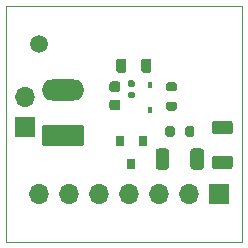
<source format=gbr>
%TF.GenerationSoftware,KiCad,Pcbnew,(5.1.8-0-10_14)*%
%TF.CreationDate,2020-11-27T11:56:29+01:00*%
%TF.ProjectId,Tank_Sender,54616e6b-5f53-4656-9e64-65722e6b6963,rev?*%
%TF.SameCoordinates,Original*%
%TF.FileFunction,Soldermask,Top*%
%TF.FilePolarity,Negative*%
%FSLAX46Y46*%
G04 Gerber Fmt 4.6, Leading zero omitted, Abs format (unit mm)*
G04 Created by KiCad (PCBNEW (5.1.8-0-10_14)) date 2020-11-27 11:56:29*
%MOMM*%
%LPD*%
G01*
G04 APERTURE LIST*
%TA.AperFunction,Profile*%
%ADD10C,0.050000*%
%TD*%
%ADD11C,1.500000*%
%ADD12O,3.600000X1.800000*%
%ADD13O,1.700000X1.700000*%
%ADD14R,1.700000X1.700000*%
%ADD15R,0.800000X0.900000*%
%ADD16R,0.450000X0.600000*%
G04 APERTURE END LIST*
D10*
X145000000Y-93000000D02*
X165000000Y-93000000D01*
X165000000Y-93000000D02*
X165000000Y-73000000D01*
X165000000Y-73000000D02*
X145000000Y-73000000D01*
X145000000Y-73000000D02*
X145000000Y-90000000D01*
X145000000Y-93000000D02*
X145000000Y-90000000D01*
%TO.C,R102*%
G36*
G01*
X159275000Y-80275000D02*
X158725000Y-80275000D01*
G75*
G02*
X158525000Y-80075000I0J200000D01*
G01*
X158525000Y-79675000D01*
G75*
G02*
X158725000Y-79475000I200000J0D01*
G01*
X159275000Y-79475000D01*
G75*
G02*
X159475000Y-79675000I0J-200000D01*
G01*
X159475000Y-80075000D01*
G75*
G02*
X159275000Y-80275000I-200000J0D01*
G01*
G37*
G36*
G01*
X159275000Y-81925000D02*
X158725000Y-81925000D01*
G75*
G02*
X158525000Y-81725000I0J200000D01*
G01*
X158525000Y-81325000D01*
G75*
G02*
X158725000Y-81125000I200000J0D01*
G01*
X159275000Y-81125000D01*
G75*
G02*
X159475000Y-81325000I0J-200000D01*
G01*
X159475000Y-81725000D01*
G75*
G02*
X159275000Y-81925000I-200000J0D01*
G01*
G37*
%TD*%
%TO.C,R101*%
G36*
G01*
X159275000Y-83385000D02*
X159275000Y-83935000D01*
G75*
G02*
X159075000Y-84135000I-200000J0D01*
G01*
X158675000Y-84135000D01*
G75*
G02*
X158475000Y-83935000I0J200000D01*
G01*
X158475000Y-83385000D01*
G75*
G02*
X158675000Y-83185000I200000J0D01*
G01*
X159075000Y-83185000D01*
G75*
G02*
X159275000Y-83385000I0J-200000D01*
G01*
G37*
G36*
G01*
X160925000Y-83385000D02*
X160925000Y-83935000D01*
G75*
G02*
X160725000Y-84135000I-200000J0D01*
G01*
X160325000Y-84135000D01*
G75*
G02*
X160125000Y-83935000I0J200000D01*
G01*
X160125000Y-83385000D01*
G75*
G02*
X160325000Y-83185000I200000J0D01*
G01*
X160725000Y-83185000D01*
G75*
G02*
X160925000Y-83385000I0J-200000D01*
G01*
G37*
%TD*%
D11*
%TO.C,REF\u002A\u002A*%
X147760000Y-76250000D03*
%TD*%
D12*
%TO.C,J103*%
X149800000Y-80190000D03*
G36*
G01*
X151350000Y-84900000D02*
X148250000Y-84900000D01*
G75*
G02*
X148000000Y-84650000I0J250000D01*
G01*
X148000000Y-83350000D01*
G75*
G02*
X148250000Y-83100000I250000J0D01*
G01*
X151350000Y-83100000D01*
G75*
G02*
X151600000Y-83350000I0J-250000D01*
G01*
X151600000Y-84650000D01*
G75*
G02*
X151350000Y-84900000I-250000J0D01*
G01*
G37*
%TD*%
D13*
%TO.C,J101*%
X147760000Y-88950000D03*
X150300000Y-88950000D03*
X152840000Y-88950000D03*
X155380000Y-88950000D03*
X157920000Y-88950000D03*
X160460000Y-88950000D03*
D14*
X163000000Y-88950000D03*
%TD*%
D13*
%TO.C,J102*%
X146600000Y-80760000D03*
D14*
X146600000Y-83300000D03*
%TD*%
D15*
%TO.C,U101*%
X155600000Y-86450000D03*
X154650000Y-84450000D03*
X156550000Y-84450000D03*
%TD*%
%TO.C,FB101*%
G36*
G01*
X156425000Y-78481250D02*
X156425000Y-77718750D01*
G75*
G02*
X156643750Y-77500000I218750J0D01*
G01*
X157081250Y-77500000D01*
G75*
G02*
X157300000Y-77718750I0J-218750D01*
G01*
X157300000Y-78481250D01*
G75*
G02*
X157081250Y-78700000I-218750J0D01*
G01*
X156643750Y-78700000D01*
G75*
G02*
X156425000Y-78481250I0J218750D01*
G01*
G37*
G36*
G01*
X154300000Y-78481250D02*
X154300000Y-77718750D01*
G75*
G02*
X154518750Y-77500000I218750J0D01*
G01*
X154956250Y-77500000D01*
G75*
G02*
X155175000Y-77718750I0J-218750D01*
G01*
X155175000Y-78481250D01*
G75*
G02*
X154956250Y-78700000I-218750J0D01*
G01*
X154518750Y-78700000D01*
G75*
G02*
X154300000Y-78481250I0J218750D01*
G01*
G37*
%TD*%
D16*
%TO.C,D101*%
X157150000Y-81850000D03*
X157150000Y-79750000D03*
%TD*%
%TO.C,C104*%
G36*
G01*
X153950000Y-80975000D02*
X154450000Y-80975000D01*
G75*
G02*
X154675000Y-81200000I0J-225000D01*
G01*
X154675000Y-81650000D01*
G75*
G02*
X154450000Y-81875000I-225000J0D01*
G01*
X153950000Y-81875000D01*
G75*
G02*
X153725000Y-81650000I0J225000D01*
G01*
X153725000Y-81200000D01*
G75*
G02*
X153950000Y-80975000I225000J0D01*
G01*
G37*
G36*
G01*
X153950000Y-79425000D02*
X154450000Y-79425000D01*
G75*
G02*
X154675000Y-79650000I0J-225000D01*
G01*
X154675000Y-80100000D01*
G75*
G02*
X154450000Y-80325000I-225000J0D01*
G01*
X153950000Y-80325000D01*
G75*
G02*
X153725000Y-80100000I0J225000D01*
G01*
X153725000Y-79650000D01*
G75*
G02*
X153950000Y-79425000I225000J0D01*
G01*
G37*
%TD*%
%TO.C,C103*%
G36*
G01*
X155430000Y-80300000D02*
X155770000Y-80300000D01*
G75*
G02*
X155910000Y-80440000I0J-140000D01*
G01*
X155910000Y-80720000D01*
G75*
G02*
X155770000Y-80860000I-140000J0D01*
G01*
X155430000Y-80860000D01*
G75*
G02*
X155290000Y-80720000I0J140000D01*
G01*
X155290000Y-80440000D01*
G75*
G02*
X155430000Y-80300000I140000J0D01*
G01*
G37*
G36*
G01*
X155430000Y-79340000D02*
X155770000Y-79340000D01*
G75*
G02*
X155910000Y-79480000I0J-140000D01*
G01*
X155910000Y-79760000D01*
G75*
G02*
X155770000Y-79900000I-140000J0D01*
G01*
X155430000Y-79900000D01*
G75*
G02*
X155290000Y-79760000I0J140000D01*
G01*
X155290000Y-79480000D01*
G75*
G02*
X155430000Y-79340000I140000J0D01*
G01*
G37*
%TD*%
%TO.C,C102*%
G36*
G01*
X162649999Y-85710000D02*
X163950001Y-85710000D01*
G75*
G02*
X164200000Y-85959999I0J-249999D01*
G01*
X164200000Y-86610001D01*
G75*
G02*
X163950001Y-86860000I-249999J0D01*
G01*
X162649999Y-86860000D01*
G75*
G02*
X162400000Y-86610001I0J249999D01*
G01*
X162400000Y-85959999D01*
G75*
G02*
X162649999Y-85710000I249999J0D01*
G01*
G37*
G36*
G01*
X162649999Y-82760000D02*
X163950001Y-82760000D01*
G75*
G02*
X164200000Y-83009999I0J-249999D01*
G01*
X164200000Y-83660001D01*
G75*
G02*
X163950001Y-83910000I-249999J0D01*
G01*
X162649999Y-83910000D01*
G75*
G02*
X162400000Y-83660001I0J249999D01*
G01*
X162400000Y-83009999D01*
G75*
G02*
X162649999Y-82760000I249999J0D01*
G01*
G37*
%TD*%
%TO.C,C101*%
G36*
G01*
X160600000Y-86650001D02*
X160600000Y-85349999D01*
G75*
G02*
X160849999Y-85100000I249999J0D01*
G01*
X161500001Y-85100000D01*
G75*
G02*
X161750000Y-85349999I0J-249999D01*
G01*
X161750000Y-86650001D01*
G75*
G02*
X161500001Y-86900000I-249999J0D01*
G01*
X160849999Y-86900000D01*
G75*
G02*
X160600000Y-86650001I0J249999D01*
G01*
G37*
G36*
G01*
X157650000Y-86650001D02*
X157650000Y-85349999D01*
G75*
G02*
X157899999Y-85100000I249999J0D01*
G01*
X158550001Y-85100000D01*
G75*
G02*
X158800000Y-85349999I0J-249999D01*
G01*
X158800000Y-86650001D01*
G75*
G02*
X158550001Y-86900000I-249999J0D01*
G01*
X157899999Y-86900000D01*
G75*
G02*
X157650000Y-86650001I0J249999D01*
G01*
G37*
%TD*%
M02*

</source>
